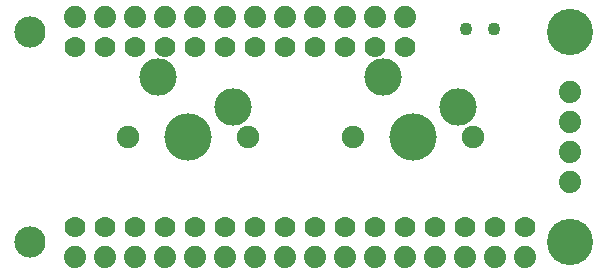
<source format=gbr>
G04 EAGLE Gerber RS-274X export*
G75*
%MOMM*%
%FSLAX34Y34*%
%LPD*%
%INSoldermask Bottom*%
%IPPOS*%
%AMOC8*
5,1,8,0,0,1.08239X$1,22.5*%
G01*
%ADD10C,4.001600*%
%ADD11C,3.165100*%
%ADD12C,1.915100*%
%ADD13C,2.641600*%
%ADD14C,3.911600*%
%ADD15C,1.879600*%
%ADD16C,1.778000*%
%ADD17C,1.101600*%


D10*
X349250Y114300D03*
D11*
X323850Y165100D03*
X387350Y139700D03*
D12*
X298450Y114300D03*
X400050Y114300D03*
D13*
X25400Y203200D03*
X25400Y25400D03*
D14*
X482600Y203200D03*
X482600Y25400D03*
D15*
X342900Y215900D03*
X317500Y215900D03*
X292100Y215900D03*
X266700Y215900D03*
X241300Y215900D03*
X215900Y215900D03*
X190500Y215900D03*
X165100Y215900D03*
X139700Y215900D03*
X114300Y215900D03*
X88900Y215900D03*
X63500Y215900D03*
X342900Y12700D03*
X317500Y12700D03*
X292100Y12700D03*
X266700Y12700D03*
X241300Y12700D03*
X215900Y12700D03*
X190500Y12700D03*
X165100Y12700D03*
X139700Y12700D03*
X114300Y12700D03*
X88900Y12700D03*
X63500Y12700D03*
X368300Y12700D03*
X393700Y12700D03*
X419100Y12700D03*
X444500Y12700D03*
D10*
X158750Y114300D03*
D11*
X133350Y165100D03*
X196850Y139700D03*
D12*
X107950Y114300D03*
X209550Y114300D03*
D16*
X342900Y190500D03*
X317500Y190500D03*
X292100Y190500D03*
X266700Y190500D03*
X241300Y190500D03*
X215900Y190500D03*
X190500Y190500D03*
X165100Y190500D03*
X139700Y190500D03*
X114300Y190500D03*
X88900Y190500D03*
X63500Y190500D03*
X63500Y38100D03*
X88900Y38100D03*
X114300Y38100D03*
X139700Y38100D03*
X165100Y38100D03*
X190500Y38100D03*
X215900Y38100D03*
X241300Y38100D03*
X266700Y38100D03*
X292100Y38100D03*
X317500Y38100D03*
X342900Y38100D03*
X368300Y38100D03*
X393700Y38100D03*
X419100Y38100D03*
X444500Y38100D03*
D15*
X482600Y76200D03*
X482600Y101600D03*
X482600Y127000D03*
X482600Y152400D03*
D17*
X417900Y206200D03*
X394900Y206200D03*
M02*

</source>
